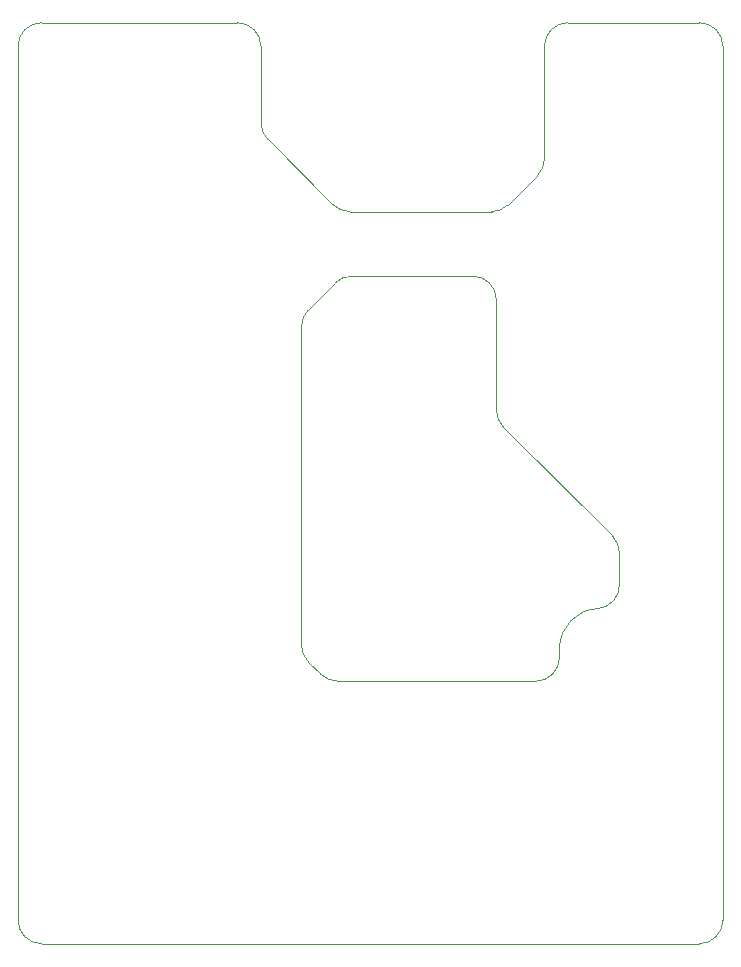
<source format=gbr>
G04 #@! TF.GenerationSoftware,KiCad,Pcbnew,9.0.3*
G04 #@! TF.CreationDate,2026-01-22T00:39:22+01:00*
G04 #@! TF.ProjectId,CM5IO,434d3549-4f2e-46b6-9963-61645f706362,rev?*
G04 #@! TF.SameCoordinates,Original*
G04 #@! TF.FileFunction,Glue,Top*
G04 #@! TF.FilePolarity,Positive*
%FSLAX46Y46*%
G04 Gerber Fmt 4.6, Leading zero omitted, Abs format (unit mm)*
G04 Created by KiCad (PCBNEW 9.0.3) date 2026-01-22 00:39:22*
%MOMM*%
%LPD*%
G01*
G04 APERTURE LIST*
G04 #@! TA.AperFunction,Profile*
%ADD10C,0.050000*%
G04 #@! TD*
G04 APERTURE END LIST*
D10*
X170288978Y-121225633D02*
X170289000Y-94244427D01*
X173340373Y-124277000D02*
G75*
G02*
X171926143Y-123691229I-73J1999900D01*
G01*
X164860000Y-68524000D02*
G75*
G02*
X166860000Y-70524000I0J-2000000D01*
G01*
X170289000Y-94244427D02*
G75*
G02*
X170874773Y-92830199I2000000J27D01*
G01*
X190863000Y-80046323D02*
G75*
G02*
X190277223Y-81460545I-2000100J23D01*
G01*
X174546427Y-89987000D02*
X184799000Y-89987000D01*
X197213000Y-113421427D02*
X197213000Y-116141816D01*
X205976000Y-70524000D02*
X205976000Y-144502000D01*
X174387677Y-84526000D02*
G75*
G02*
X172973455Y-83940223I23J2000100D01*
G01*
X167445787Y-78412537D02*
G75*
G02*
X166859984Y-76998323I1414213J1414237D01*
G01*
X187384787Y-102764787D02*
X196627214Y-112007214D01*
X146286000Y-70524000D02*
G75*
G02*
X148286000Y-68524000I2000000J0D01*
G01*
X187797537Y-83940213D02*
X190277214Y-81460536D01*
X192133000Y-121500001D02*
G75*
G02*
X195370953Y-118135383I3369900J-2699D01*
G01*
X146286000Y-144502000D02*
X146286000Y-70524000D01*
X148286000Y-68524000D02*
X164860000Y-68524000D01*
X148286000Y-146502000D02*
G75*
G02*
X146286000Y-144502000I0J2000000D01*
G01*
X196627214Y-112007214D02*
G75*
G02*
X197213022Y-113421427I-1414314J-1414286D01*
G01*
X197212290Y-116141816D02*
G75*
G02*
X195371779Y-118135421I-1999990J16D01*
G01*
X192133000Y-122277000D02*
G75*
G02*
X190133000Y-124277000I-2000000J0D01*
G01*
X187384787Y-102764787D02*
G75*
G02*
X186798978Y-101350573I1414313J1414287D01*
G01*
X167445787Y-78412537D02*
X172973464Y-83940214D01*
X205976000Y-144502000D02*
G75*
G02*
X203976000Y-146502000I-2000000J0D01*
G01*
X170874786Y-122639846D02*
G75*
G02*
X170288977Y-121225633I1414214J1414246D01*
G01*
X184799000Y-89987000D02*
G75*
G02*
X186799000Y-91987000I0J-2000000D01*
G01*
X166860000Y-70524000D02*
X166860000Y-76998323D01*
X190863000Y-70524000D02*
G75*
G02*
X192863000Y-68524000I2000000J0D01*
G01*
X190133000Y-124277000D02*
X173340373Y-124277000D01*
X203976000Y-68524000D02*
G75*
G02*
X205976000Y-70524000I0J-2000000D01*
G01*
X203976000Y-146502000D02*
X148286000Y-146502000D01*
X190863000Y-80046323D02*
X190863000Y-70524000D01*
X174387677Y-84526000D02*
X186383323Y-84526000D01*
X186799000Y-91987000D02*
X186799000Y-101350573D01*
X171925713Y-123691213D02*
X170874786Y-122640286D01*
X192133000Y-121500001D02*
X192133000Y-122277000D01*
X170874787Y-92830213D02*
X173132214Y-90572786D01*
X192863000Y-68524000D02*
X203976000Y-68524000D01*
X187797537Y-83940213D02*
G75*
G02*
X186383323Y-84526016I-1414237J1414213D01*
G01*
X173132214Y-90572786D02*
G75*
G02*
X174546427Y-89987019I1414186J-1414214D01*
G01*
M02*

</source>
